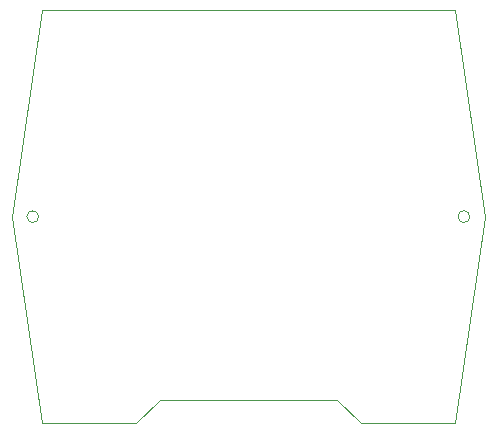
<source format=gbr>
%TF.GenerationSoftware,KiCad,Pcbnew,(5.1.6)-1*%
%TF.CreationDate,2020-11-14T16:31:53+00:00*%
%TF.ProjectId,Displayboard4,44697370-6c61-4796-926f-617264342e6b,rev?*%
%TF.SameCoordinates,Original*%
%TF.FileFunction,Profile,NP*%
%FSLAX46Y46*%
G04 Gerber Fmt 4.6, Leading zero omitted, Abs format (unit mm)*
G04 Created by KiCad (PCBNEW (5.1.6)-1) date 2020-11-14 16:31:53*
%MOMM*%
%LPD*%
G01*
G04 APERTURE LIST*
%TA.AperFunction,Profile*%
%ADD10C,0.050000*%
%TD*%
G04 APERTURE END LIST*
D10*
X104750000Y-67500000D02*
G75*
G03*
X104750000Y-67500000I-500000J0D01*
G01*
X141250000Y-67500000D02*
G75*
G03*
X141250000Y-67500000I-500000J0D01*
G01*
X115000000Y-83000000D02*
X113000000Y-85000000D01*
X130000000Y-83000000D02*
X115000000Y-83000000D01*
X132000000Y-85000000D02*
X130000000Y-83000000D01*
X113000000Y-85000000D02*
X105000000Y-85000000D01*
X142500000Y-67500000D02*
X140000000Y-85000000D01*
X105000000Y-85000000D02*
X102500000Y-67500000D01*
X102500000Y-67500000D02*
X105000000Y-50000000D01*
X140000000Y-85000000D02*
X132000000Y-85000000D01*
X140000000Y-50000000D02*
X142500000Y-67500000D01*
X105000000Y-50000000D02*
X140000000Y-50000000D01*
M02*

</source>
